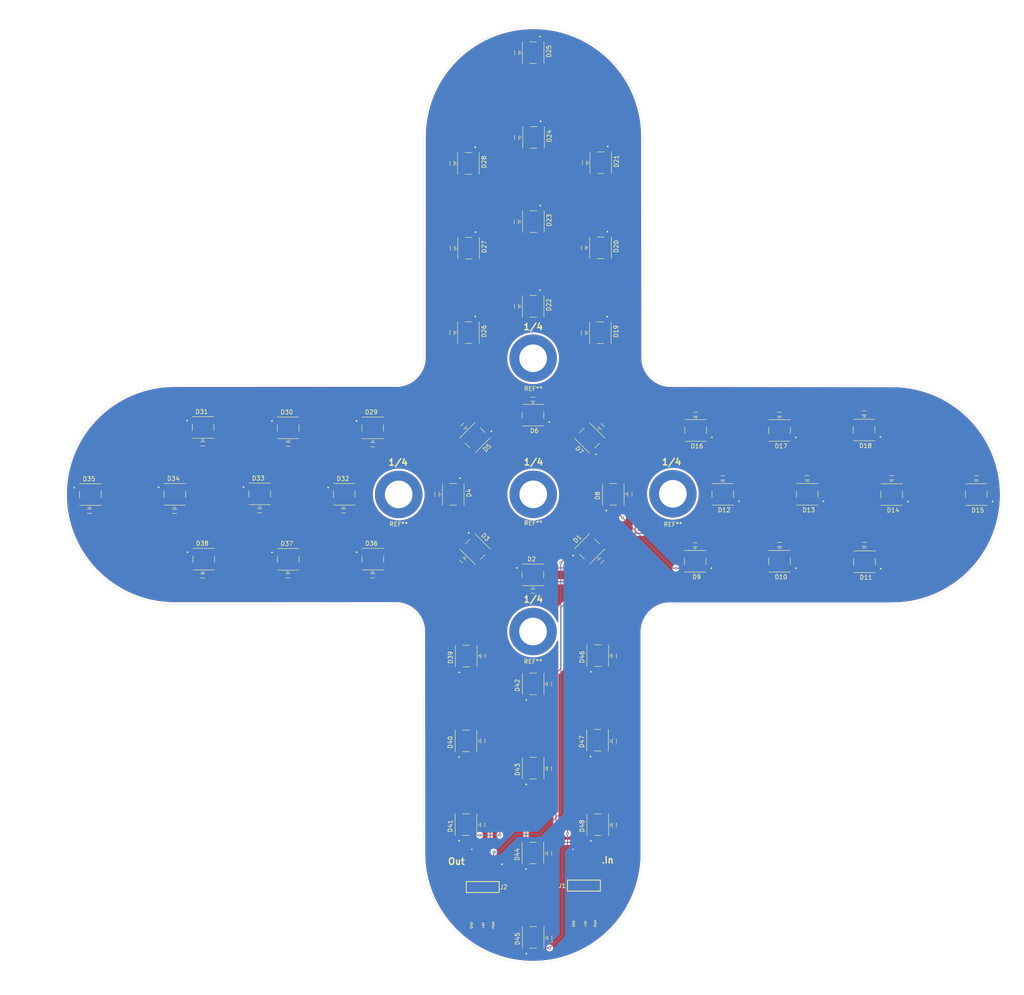
<source format=kicad_pcb>
(kicad_pcb (version 20241229) (generator "pcbnew") (generator_version "9.0")
  (title_block (date "2025-05-08"))
  (layers (0 "F.Cu" signal) (2 "B.Cu" signal) (13 "F.Paste" user) (15 "B.Paste" user) (5 "F.SilkS" user "F.Silkscreen") (7 "B.SilkS" user "B.Silkscreen") (1 "F.Mask" user) (3 "B.Mask" user) (25 "Edge.Cuts" user))
  (net 0 "")
  (net 1 "Net-(D1-DIN)")
  (net 2 "GND")
  (net 3 "Net-(D1-DOUT)")
  (net 4 "+5V")
  (net 5 "Net-(D2-DIN)")
  (net 6 "Net-(D10-DIN)")
  (net 7 "Net-(D3-DIN)")
  (net 8 "Net-(D5-DIN)")
  (net 9 "Net-(D6-DIN)")
  (net 10 "Net-(D4-DIN)")
  (net 11 "Net-(D7-DIN)")
  (net 12 "Net-(D10-DOUT)")
  (net 13 "Net-(D17-DIN)")
  (net 14 "Net-(D11-DIN)")
  (net 15 "Net-(D8-DIN)")
  (net 16 "Net-(D18-DIN)")
  (net 17 "Net-(D12-DIN)")
  (net 18 "Net-(D13-DIN)")
  (net 19 "Net-(D19-DIN)")
  (net 20 "Net-(D14-DIN)")
  (net 21 "Net-(D15-DIN)")
  (net 22 "Net-(D16-DIN)")
  (net 23 "Net-(D20-DIN)")
  (net 24 "Net-(D27-DIN)")
  (net 25 "Net-(D21-DIN)")
  (net 26 "Net-(D28-DIN)")
  (net 27 "Net-(D22-DIN)")
  (net 28 "Net-(D29-DIN)")
  (net 29 "Net-(D23-DIN)")
  (net 30 "Net-(D24-DIN)")
  (net 31 "Net-(D25-DIN)")
  (net 32 "Net-(D26-DIN)")
  (net 33 "Net-(D30-DIN)")
  (net 34 "Net-(D34-DIN)")
  (net 35 "Net-(D31-DIN)")
  (net 36 "Net-(D32-DIN)")
  (net 37 "Net-(D37-DIN)")
  (net 38 "Net-(D33-DIN)")
  (net 39 "Net-(D38-DIN)")
  (net 40 "Net-(D36-DIN)")
  (net 41 "Net-(D39-DIN)")
  (net 42 "Net-(D40-DIN)")
  (net 43 "Net-(D41-DIN)")
  (net 44 "Net-(D42-DIN)")
  (net 45 "Net-(D43-DIN)")
  (net 46 "Net-(D44-DIN)")
  (net 47 "Net-(D45-DIN)")
  (net 48 "Net-(D46-DIN)")
  (net 49 "Net-(D47-DIN)")
  (net 50 "Net-(D48-DIN)")
  (net 51 "Net-(D35-DIN)")
  (footprint "CustomParts:LED_1655" (layer "F.Cu") (at 212.95 233.3625 90)
    (property "Reference" "D44")
    (property "Value" "1655 NeoPixel")
  )
  (footprint "CustomParts:LED_1655" (layer "F.Cu") (at 289.6125 135.4 180)
    (property "Reference" "D18")
    (property "Value" "1655 NeoPixel")
  )
  (footprint "CustomParts:CAPC1005X55N" (layer "F.Cu") (at 296 146.45)
    (property "Reference" "C14")
    (property "Value" "C_Small")
  )
  (footprint "CustomParts:LED_1655" (layer "F.Cu") (at 156.3 165.35)
    (property "Reference" "D37")
    (property "Value" "1655 NeoPixel")
  )
  (footprint "CustomParts:LED_1655" (layer "F.Cu") (at 228.65 73.4875 -90)
    (property "Reference" "D21")
    (property "Value" "1655 NeoPixel")
  )
  (footprint "CustomParts:CAPC1005X55N" (layer "F.Cu") (at 276.45 146.45)
    (property "Reference" "C13")
    (property "Value" "C_Small")
  )
  (footprint "CustomParts:CAPC1005X55N" (layer "F.Cu") (at 216.8 213.85 -90)
    (property "Reference" "C43")
    (property "Value" "C_Small")
  )
  (footprint "CustomParts:LED_1655" (layer "F.Cu") (at 228.6 93.2 -90)
    (property "Reference" "D20")
    (property "Value" "1655 NeoPixel")
  )
  (footprint "CustomParts:LED_1655" (layer "F.Cu") (at 231.55 150.3 90)
    (property "Reference" "D8")
    (property "Value" "1655 NeoPixel")
  )
  (footprint "CustomParts:CAPC1005X55N" (layer "F.Cu") (at 130 154.25 180)
    (property "Reference" "C34")
    (property "Value" "C_Small")
  )
  (footprint "CustomParts:CAPC1005X55N" (layer "F.Cu") (at 136.45 169.2 180)
    (property "Reference" "C38")
    (property "Value" "C_Small")
  )
  (footprint "CustomParts:CAPC1005X55N" (layer "F.Cu") (at 270.05 161.9)
    (property "Reference" "C10")
    (property "Value" "C_Small")
  )
  (footprint "CustomParts:CAPC1005X55N" (layer "F.Cu") (at 149.7 154.1 180)
    (property "Reference" "C33")
    (property "Value" "C_Small")
  )
  (footprint "CustomParts:CAPC1005X55N" (layer "F.Cu") (at 194.2 73.65 90)
    (property "Reference" "C28")
    (property "Value" "C_Small")
  )
  (footprint "CustomParts:CAPC1005X55N" (layer "F.Cu") (at 136.5 138.6 180)
    (property "Reference" "C31")
    (property "Value" "C_Small")
  )
  (footprint "CustomParts:LED_1655" (layer "F.Cu") (at 213 252.9125 90)
    (property "Reference" "D45")
    (property "Value" "1655 NeoPixel")
  )
  (footprint "CustomParts:LED_1655" (layer "F.Cu") (at 156.2875 134.9)
    (property "Reference" "D30")
    (property "Value" "1655 NeoPixel")
  )
  (footprint "CustomParts:LED_1655" (layer "F.Cu") (at 296 150.35 180)
    (property "Reference" "D14")
    (property "Value" "1655 NeoPixel")
  )
  (footprint "CustomParts:CAPC1005X55N" (layer "F.Cu") (at 209.1 87.15 90)
    (property "Reference" "C23")
    (property "Value" "C_Small")
  )
  (footprint "CustomParts:LED_1655" (layer "F.Cu") (at 175.85 134.9)
    (property "Reference" "D29")
    (property "Value" "1655 NeoPixel")
  )
  (footprint "CustomParts:SAMTEC_TSM-103-02-X-SH" (layer "F.Cu") (at 201.325 241.255 180)
    (property "Reference" "J2")
    (property "Value" "TSM-103-02-X-SH")
  )
  (footprint "CustomParts:CAPC1005X55N" (layer "F.Cu") (at 209.15 106.75 90)
    (property "Reference" "C22")
    (property "Value" "C_Small")
  )
  (footprint "CustomParts:LED_1655" (layer "F.Cu") (at 175.9 165.3)
    (property "Reference" "D36")
    (property "Value" "1655 NeoPixel")
  )
  (footprint "CustomParts:LED_1655" (layer "F.Cu") (at 130.05 150.3)
    (property "Reference" "D34")
    (property "Value" "1655 NeoPixel")
  )
  (footprint "CustomParts:CAPC1005X55N" (layer "F.Cu") (at 231.8 187.72 -90)
    (property "Reference" "C46")
    (property "Value" "C_Small")
  )
  (footprint "CustomParts:CAPC1005X55N" (layer "F.Cu") (at 250.6 131.75)
    (property "Reference" "C16")
    (property "Value" "C_Small")
  )
  (footprint "CustomParts:CAPC1005X55N" (layer "F.Cu") (at 289.7 161.9)
    (property "Reference" "C11")
    (property "Value" "C_Small")
  )
  (footprint "CustomParts:CAPC1005X55N" (layer "F.Cu") (at 228.75 134.6 -45)
    (property "Reference" "C7")
    (property "Value" "C_Small")
  )
  (footprint "CustomParts:CAPC1005X55N" (layer "F.Cu") (at 190.75 150.3 90)
    (property "Reference" "C4")
    (property "Value" "C_Small")
  )
  (footprint "CustomParts:LED_1655" (layer "F.Cu") (at 149.7 150.2)
    (property "Reference" "D33")
    (property "Value" "1655 NeoPixel")
  )
  (footprint "CustomParts:CAPC1005X55N" (layer "F.Cu") (at 270.05 131.75)
    (property "Reference" "C17")
    (property "Value" "C_Small")
  )
  (footprint "CustomParts:LED_1655" (layer "F.Cu") (at 289.7125 165.9 180)
    (property "Reference" "D11")
    (property "Value" "1655 NeoPixel")
  )
  (footprint "CustomParts:CAPC1005X55N" (layer "F.Cu") (at 228.675 165.625 -135)
    (property "Reference" "C1")
    (property "Value" "C_Small")
  )
  (footprint "CustomParts:CAPC1005X55N" (layer "F.Cu") (at 156.3 138.7 180)
    (property "Reference" "C30")
    (property "Value" "C_Small")
  )
  (footprint "CustomParts:CAPC1005X55N" (layer "F.Cu") (at 224.65 93.2 90)
    (property "Reference" "C20")
    (property "Value" "C_Small")
  )
  (footprint "CustomParts:LED_1655" (layer "F.Cu") (at 212.95 168.95)
    (property "Reference" "D2")
    (property "Value" "1655 NeoPixel")
  )
  (footprint "CustomParts:LED_1655" (layer "F.Cu") (at 228.55 112.8875 -90)
    (property "Reference" "D19")
    (property "Value" "1655 NeoPixel")
  )
  (footprint "CustomParts:SAMTEC_TSM-103-02-X-SH" (layer "F.Cu") (at 224.75 240.925 180)
    (property "Reference" "J1")
    (property "Value" "TSM-103-02-X-SH")
  )
  (footprint "CustomParts:LED_1655" (layer "F.Cu") (at 226.05 162.95 45)
    (property "Reference" "D1")
    (property "Value" "1655 NeoPixel")
  )
  (footprint "MountingHole:MountingHole_6.4mm_M6_DIN965_Pad" (layer "F.Cu") (at 213.025 150.3)
    (property "Reference" "REF**")
    (property "Value" "MountingHole_6.4mm_M6_DIN965_Pad")
  )
  (footprint "CustomParts:CAPC1005X55N" (layer "F.Cu") (at 216.85 253.05 -90)
    (property "Reference" "C45")
    (property "Value" "C_Small")
  )
  (footprint "CustomParts:LED_1655" (layer "F.Cu") (at 197.45 207.4 90)
    (property "Reference" "D40")
    (property "Value" "1655 NeoPixel")
  )
  (footprint "CustomParts:LED_1655" (layer "F.Cu") (at 213.05 87.1375 -90)
    (property "Reference" "D23")
    (property "Value" "1655 NeoPixel")
  )
  (footprint "CustomParts:CAPC1005X55N" (layer "F.Cu") (at 156.2 169.15 180)
    (property "Reference" "C37")
    (property "Value" "C_Small")
  )
  (footprint "CustomParts:LED_1655" (layer "F.Cu") (at 212.9625 131.95 180)
    (property "Reference" "D6")
    (property "Value" "1655 NeoPixel")
  )
  (footprint "CustomParts:LED_1655" (layer "F.Cu") (at 213 48 -90)
    (property "Reference" "D25")
    (property "Value" "1655 NeoPixel")
  )
  (footprint "CustomParts:CAPC1005X55N" (layer "F.Cu") (at 212.95 128.25)
    (property "Reference" "C6")
    (property "Value" "C_Small")
  )
  (footprint "CustomParts:LED_1655" (layer "F.Cu") (at 227.95 187.65 90)
    (property "Reference" "D46")
    (property "Value" "1655 NeoPixel")
  )
  (footprint "CustomParts:CAPC1005X55N" (layer "F.Cu") (at 209.2 67.65 90)
    (property "Reference" "C24")
    (property "Value" "C_Small")
  )
  (footprint "CustomParts:CAPC1005X55N" (layer "F.Cu") (at 196.675 165.525 135)
    (property "Reference" "C3")
    (property "Value" "C_Small")
  )
  (footprint "CustomParts:CAPC1005X55N" (layer "F.Cu") (at 231.8 207.45 -90)
    (property "Reference" "C47")
    (property "Value" "C_Small")
  )
  (footprint "CustomParts:LED_1655" (layer "F.Cu") (at 194.5 150.3 -90)
    (property "Reference" "D4")
    (property "Value" "1655 NeoPixel")
  )
  (footprint "CustomParts:CAPC1005X55N" (layer "F.Cu") (at 201.35 226.85 -90)
    (property "Reference" "C41")
    (property "Value" "C_Small")
  )
  (footprint "CustomParts:CAPC1005X55N" (layer "F.Cu") (at 224.9 73.5 90)
    (property "Reference" "C21")
    (property "Value" "C_Small")
  )
  (footprint "CustomParts:CAPC1005X55N" (layer "F.Cu") (at 216.8 194.2 -90)
    (property "Reference" "C42")
    (property "Value" "C_Small")
  )
  (footprint "CustomParts:CAPC1005X55N" (layer "F.Cu") (at 175.85 138.8 180)
    (property "Reference" "C29")
    (property "Value" "C_Small")
  )
  (footprint "MountingHole:MountingHole_6.4mm_M6_DIN965_Pad" (layer "F.Cu") (at 213 118.775)
    (property "Reference" "REF**")
    (property "Value" "MountingHole_6.4mm_M6_DIN965_Pad")
  )
  (footprint "CustomParts:LED_1655" (layer "F.Cu") (at 199.601041 163.013782 -45)
    (property "Reference" "D3")
    (property "Value" "1655 NeoPixel")
  )
  (footprint "CustomParts:CAPC1005X55N" (layer "F.Cu") (at 169.1 154.15 180)
    (property "Reference" "C32")
    (property "Value" "C_Small")
  )
  (footprint "CustomParts:LED_1655" (layer "F.Cu") (at 226.05 137.25 135)
    (property "Reference" "D7")
    (property "Value" "1655 NeoPixel")
  )
  (footprint "CustomParts:CAPC1005X55N" (layer "F.Cu") (at 315.6 146.45)
    (property "Reference" "C15")
    (property "Value" "C_Small")
  )
  (footprint "CustomParts:CAPC1005X55N" (layer "F.Cu") (at 216.8 233.45 -90)
    (property "Reference" "C44")
    (property "Value" "C_Small")
  )
  (footprint "CustomParts:CAPC1005X55N" (layer "F.Cu") (at 224.65 112.9 90)
    (property "Reference" "C19")
    (property "Value" "C_Small")
  )
  (footprint "CustomParts:CAPC1005X55N" (layer "F.Cu") (at 196.925 134.5 45)
    (property "Reference" "C5")
    (property "Value" "C_Small")
  )
  (footprint "CustomParts:LED_1655" (layer "F.Cu") (at 227.9 207.25 90)
    (property "Reference" "D47")
    (property "Value" "1655 NeoPixel")
  )
  (footprint "CustomParts:LED_1655" (layer "F.Cu") (at 315.6 150.35 180)
    (property "Reference" "D15")
    (property "Value" "1655 NeoPixel")
  )
  (footprint "MountingHole:MountingHole_6.4mm_M6_DIN965_Pad" (layer "F.Cu") (at 181.875 150.325 180)
    (property "Reference" "REF**")
    (property "Value" "MountingHole_6.4mm_M6_DIN965_Pad")
  )
  (footprint "CustomParts:CAPC1005X55N" (layer "F.Cu") (at 201.4 187.75 -90)
    (property "Reference" "C39")
    (property "Value" "C_Small")
  )
  (footprint "CustomParts:LED_1655" (layer "F.Cu") (at 169.2875 150.3)
    (property "Reference" "D32")
    (property "Value" "1655 NeoPixel")
  )
  (footprint "MountingHole:MountingHole_6.4mm_M6_DIN965_Pad" (layer "F.Cu") (at 212.975 182.075)
    (property "Reference" "REF**")
    (property "Value" "MountingHole_6.4mm_M6_DIN965_Pad")
  )
  (footprint "CustomParts:CAPC1005X55N" (layer "F.Cu") (at 256.9 146.5)
    (property "Reference" "C12")
    (property "Value" "C_Small")
  )
  (footprint "CustomParts:LED_1655" (layer "F.Cu") (at 199.55 137.2 -135)
    (property "Reference" "D5")
    (property "Value" "1655 NeoPixel")
  )
  (footprint "CustomParts:LED_1655" (layer "F.Cu") (at 250.5125 165.8 180)
    (property "Reference" "D9")
    (property "Value" "1655 NeoPixel")
  )
  (footprint "CustomParts:CAPC1005X55N" (layer "F.Cu") (at 235.4 150.3 -90)
    (property "Reference" "C8")
    (property "Value" "C_Small")
  )
  (footprint "CustomParts:LED_1655" (layer "F.Cu") (at 213.1 67.6375 -90)
    (property "Reference" "D24")
    (property "Value" "1655 NeoPixel")
  )
  (footprint "CustomParts:CAPC1005X55N" (layer "F.Cu") (at 194.3 93.3 90)
    (property "Reference" "C27")
    (property "Value" "C_Small")
  )
  (footprint "CustomParts:CAPC1005X55N" (layer "F.Cu") (at 212.95 172.725 180)
    (property "Reference" "C2")
    (property "Value" "C_Small")
  )
  (footprint "CustomParts:LED_1655" (layer "F.Cu") (at 213 213.7125 90)
    (property "Reference" "D43")
    (property "Value" "1655 NeoPixel")
  )
  (footprint "CustomParts:LED_1655" (layer "F.Cu") (at 197.45 226.8 90)
    (property "Reference" "D41")
    (property "Value" "1655 NeoPixel")
  )
  (footprint "CustomParts:LED_1655" (layer "F.Cu") (at 276.45 150.3 180)
    (property "Reference" "D13")
    (property "Value" "1655 NeoPixel")
  )
  (footprint "CustomParts:CAPC1005X55N" (layer "F.Cu") (at 110.3 154.2 180)
    (property "Reference" "C35")
    (property "Value" "C_Small")
  )
  (footprint "CustomParts:LED_1655" (layer "F.Cu") (at 250.6125 135.5 180)
    (property "Reference" "D16")
    (property "Value" "1655 NeoPixel")
  )
  (footprint "CustomParts:CAPC1005X55N" (layer "F.Cu") (at 175.8 169.15 180)
    (property "Reference" "C36")
    (property "Value" "C_Small")
  )
  (footprint "CustomParts:CAPC1005X55N" (layer "F.Cu") (at 289.6 131.45)
    (property "Reference" "C18")
    (property "Value" "C_Small")
  )
  (footprint "CustomParts:CAPC1005X55N" (layer "F.Cu") (at 231.8 226.9 -90)
    (property "Reference" "C48")
    (property "Value" "C_Small")
  )
  (footprint "CustomParts:LED_1655" (layer "F.Cu") (at 198 112.8375 -90)
    (property "Reference" "D26")
    (property "Value" "1655 NeoPixel")
  )
  (footprint "CustomParts:LED_1655" (layer "F.Cu") (at 227.95 226.8125 90)
    (property "Reference" "D48")
    (property "Value" "1655 NeoPixel")
  )
  (footprint "CustomParts:LED_1655" (layer "F.Cu") (at 136.7375 165.3)
    (property "Reference" "D38")
    (property "Value" "1655 NeoPixel")
  )
  (footprint "CustomParts:CAPC1005X55N" (layer "F.Cu") (at 194.2 112.85 90)
    (property "Reference" "C26")
    (property "Value" "C_Small")
  )
  (footprint "CustomParts:LED_1655" (layer "F.Cu") (at 136.6 134.8)
    (property "Reference" "D31")
    (property "Value" "1655 NeoPixel")
  )
  (footprint "CustomParts:LED_1655" (layer "F.Cu") (at 213 106.75 -90)
    (property "Reference" "D22")
    (property "Value" "1655 NeoPixel")
  )
  (footprint "CustomParts:CAPC1005X55N" (layer "F.Cu") (at 201.35 207.4 -90)
    (property "Reference" "C40")
    (property "Value" "C_Small")
  )
  (footprint "CustomParts:LED_1655" (layer "F.Cu") (at 197.5 187.7625 90)
    (property "Reference" "D39")
    (property "Value" "1655 NeoPixel")
  )
  (footprint "CustomParts:LED_1655" (layer "F.Cu") (at 198 73.65 -90)
    (property "Reference" "D28")
    (property "Value" "1655 NeoPixel")
  )
  (footprint "CustomParts:CAPC1005X55N" (layer "F.Cu") (at 209.2 48 90)
    (property "Reference" "C25")
    (property "Value" "C_Small")
  )
  (footprint "CustomParts:LED_1655" (layer "F.Cu") (at 198.05 93.2875 -90)
    (property "Reference" "D27")
    (property "Value" "1655 NeoPixel")
  )
  (footprint "CustomParts:CAPC1005X55N" (layer "F.Cu") (at 250.5 162)
    (property "Reference" "C9")
    (property "Value" "C_Small")
  )
  (footprint "CustomParts:LED_1655" (layer "F.Cu") (at 270.05 135.5 180)
    (property "Reference" "D17")
    (property "Value" "1655 NeoPixel")
  )
  (footprint "MountingHole:MountingHole_6.4mm_M6_DIN965_Pad" (layer "F.Cu") (at 245.35 150.175)
    (property "Reference" "REF**")
    (property "Value" "MountingHole_6.4mm_M6_DIN965_Pad")
  )
  (footprint "CustomParts:LED_1655" (layer "F.Cu") (at 270.05 165.8 180)
    (property "Reference" "D10")
    (property "Value" "1655 NeoPixel")
  )
  (footprint "CustomParts:LED_1655" (layer "F.Cu") (at 110.5 150.35)
    (property "Reference" "D35")
    (property "Value" "1655 NeoPixel")
  )
  (footprint "CustomParts:LED_1655" (layer "F.Cu") (at 213 194.2 90)
    (property "Reference" "D42")
    (property "Value" "1655 NeoPixel")
  )
  (footprint "CustomParts:LED_1655" (layer "F.Cu") (at 256.9 150.3 180)
    (property "Reference" "D12")
    (property "Value" "1655 NeoPixel")
  )
  (gr_line (start 296.125 175.8) (end 244.7 175.8) (stroke (width 0.05)) (layer "Edge.Cuts"))
  (gr_line (start 187.55 233.425) (end 187.51 182.075) (stroke (width 0.05)) (layer "Edge.Cuts"))
  (gr_line (start 238.47498 67.475) (end 238.515128 118.6) (stroke (width 0.05)) (layer "Edge.Cuts"))
  (gr_arc (start 238.35 233.425) (mid 212.95 258.825) (end 187.55 233.425) (stroke (width 0.05)) (layer "Edge.Cuts"))
  (gr_arc (start 296.125 125) (mid 321.525 150.4) (end 296.125 175.8) (stroke (width 0.05)) (layer "Edge.Cuts"))
  (gr_arc (start 238.35 182.15) (mid 240.209872 177.659872) (end 244.7 175.8) (stroke (width 0.05)) (layer "Edge.Cuts"))
  (gr_line (start 129.975 175.75) (end 181.16 175.725) (stroke (width 0.05)) (layer "Edge.Cuts"))
  (gr_line (start 187.675 67.475) (end 187.659872 118.575) (stroke (width 0.05)) (layer "Edge.Cuts"))
  (gr_arc (start 187.659872 118.575) (mid 185.8 123.065128) (end 181.309872 124.925) (stroke (width 0.05)) (layer "Edge.Cuts"))
  (gr_arc (start 181.16 175.725) (mid 185.650128 177.584872) (end 187.51 182.075) (stroke (width 0.05)) (layer "Edge.Cuts"))
  (gr_arc (start 244.865128 124.95) (mid 240.375 123.090128) (end 238.515128 118.6) (stroke (width 0.05)) (layer "Edge.Cuts"))
  (gr_arc (start 129.975 175.75) (mid 104.575 150.35) (end 129.975 124.95) (stroke (width 0.05)) (layer "Edge.Cuts"))
  (gr_line (start 129.975 124.95) (end 181.309872 124.925) (stroke (width 0.05)) (layer "Edge.Cuts"))
  (gr_line (start 296.125 125) (end 244.8651 124.95) (stroke (width 0.05)) (layer "Edge.Cuts"))
  (gr_line (start 238.35 233.425) (end 238.35 182.15) (stroke (width 0.05)) (layer "Edge.Cuts"))
  (gr_arc (start 187.675 67.475) (mid 213.075 42.075) (end 238.475 67.475) (stroke (width 0.05)) (layer "Edge.Cuts"))
  (gr_text "GND" (at 199.025 250.95 90) (layer "F.SilkS") (effects (font (size 0.5 0.5) (thickness 0.1) (bold yes)) (justify left bottom)))
  (gr_text "PWM" (at 204.075 250.95 90) (layer "F.SilkS") (effects (font (size 0.5 0.5) (thickness 0.1) (bold yes)) (justify left bottom)))
  (gr_text "1/4" (at 242.65 143.675 0) (layer "F.SilkS") (effects (font (size 1.5 1.5) (thickness 0.3) (bold yes)) (justify left bottom)))
  (gr_text "PWM" (at 227.725 250.6 90) (layer "F.SilkS") (effects (font (size 0.5 0.5) (thickness 0.1) (bold yes)) (justify left bottom)))
  (gr_text "1/4" (at 179.325 143.775 0) (layer "F.SilkS") (effects (font (size 1.5 1.5) (thickness 0.3) (bold yes)) (justify left bottom)))
  (gr_text "In" (at 229.35 235.9 0) (layer "F.SilkS") (effects (font (size 1.5 1.5) (thickness 0.3) (bold yes)) (justify left bottom)))
  (gr_text "1/4" (at 210.6 112.375 0) (layer "F.SilkS") (effects (font (size 1.5 1.5) (thickness 0.3) (bold yes)) (justify left bottom)))
  (gr_text "GND" (at 222.675 250.6 90) (layer "F.SilkS") (effects (font (size 0.5 0.5) (thickness 0.1) (bold yes)) (justify left bottom)))
  (gr_text "1/4" (at 210.675 143.7 0) (layer "F.SilkS") (effects (font (size 1.5 1.5) (thickness 0.3) (bold yes)) (justify left bottom)))
  (gr_text "Out" (at 193.15 236.2 0) (layer "F.SilkS") (effects (font (size 1.5 1.5) (thickness 0.3) (bold yes)) (justify left bottom)))
  (gr_text "1/4" (at 210.625 175.475 0) (layer "F.SilkS") (effects (font (size 1.5 1.5) (thickness 0.3) (bold yes)) (justify left bottom)))
  (gr_text "+5V" (at 225.4 250.65 90) (layer "F.SilkS") (effects (font (size 0.5 0.5) (thickness 0.1) (bold yes)) (justify left bottom)))
  (gr_text "+5V" (at 201.75 251 90) (layer "F.SilkS") (effects (font (size 0.5 0.5) (thickness 0.1) (bold yes)) (justify left bottom)))
  (segment (start 223.912741 167.35) (end 225.448959 165.813782) (width 0.2) (layer "F.Cu") (net 1))
  (segment (start 215.4 167.35) (end 223.912741 167.35) (width 0.2) (layer "F.Cu") (net 1))
  (via (at 198.8 232.55) (size 0.6) (drill 0.3) (layers "F.Cu" "B.Cu") (net 2))
  (via (at 222.225 232.55) (size 0.6) (drill 0.3) (layers "F.Cu" "B.Cu") (net 2))
  (segment (start 203.9 233.15) (end 203.865 233.185) (width 0.2) (layer "F.Cu") (net 3))
  (segment (start 203.865 233.185) (end 203.865 235.975) (width 0.2) (layer "F.Cu") (net 3))
  (segment (start 223.888782 160.086218) (end 221.125 162.85) (width 0.2) (layer "F.Cu") (net 3))
  (segment (start 226.651041 160.086218) (end 223.888782 160.086218) (width 0.2) (layer "F.Cu") (net 3))
  (segment (start 221.125 164.4) (end 219.4 166.125) (width 0.2) (layer "F.Cu") (net 3))
  (segment (start 221.125 162.85) (end 221.125 164.4) (width 0.2) (layer "F.Cu") (net 3))
  (via (at 219.4 166.125) (size 0.6) (drill 0.3) (layers "F.Cu" "B.Cu") (net 3))
  (via (at 203.9 233.15) (size 0.6) (drill 0.3) (layers "F.Cu" "B.Cu") (net 3))
  (segment (start 219.4 166.125) (end 219.4 224.05) (width 0.2) (layer "B.Cu") (net 3))
  (segment (start 219.4 224.05) (end 214.4 229.05) (width 0.2) (layer "B.Cu") (net 3))
  (segment (start 205.025 233.15) (end 203.9 233.15) (width 0.2) (layer "B.Cu") (net 3))
  (segment (start 214.4 229.05) (end 209.125 229.05) (width 0.2) (layer "B.Cu") (net 3))
  (segment (start 209.125 229.05) (end 205.025 233.15) (width 0.2) (layer "B.Cu") (net 3))
  (segment (start 110.73 154.17) (end 112.95 151.95) (width 0.2) (layer "F.Cu") (net 4))
  (segment (start 143.1125 170.825) (end 139.1875 166.9) (width 0.2) (layer "F.Cu") (net 4))
  (segment (start 178.3 136.5) (end 178.3 140.325) (width 0.2) (layer "F.Cu") (net 4))
  (segment (start 201.1075 187.32) (end 199.1 185.3125) (width 0.2) (layer "F.Cu") (net 4))
  (segment (start 194.4425 93.73) (end 196.45 95.7375) (width 0.2) (layer "F.Cu") (net 4))
  (segment (start 236.625 145.15) (end 236.625 147.85) (width 0.2) (layer "F.Cu") (net 4))
  (segment (start 202.425 126.95) (end 205.975 126.95) (width 0.2) (layer "F.Cu") (net 4))
  (segment (start 156.73 138.5075) (end 158.7375 136.5) (width 0.2) (layer "F.Cu") (net 4))
  (segment (start 178.35 166.9) (end 178.35 170.825) (width 0.2) (layer "F.Cu") (net 4))
  (segment (start 219.4 176.55) (end 219.4 190.625) (width 0.2) (layer "F.Cu") (net 4))
  (segment (start 222.525 126.95) (end 222.5 126.925) (width 0.2) (layer "F.Cu") (net 4))
  (segment (start 214.6 191.75) (end 218.275 191.75) (width 0.2) (layer "F.Cu") (net 4))
  (segment (start 136.93 138.6) (end 136.93 138.52) (width 0.2) (layer "F.Cu") (net 4))
  (segment (start 143 140.35) (end 139.05 136.4) (width 0.2) (layer "F.Cu") (net 4))
  (segment (start 196.4 115.2875) (end 192.1875 115.2875) (width 0.2) (layer "F.Cu") (net 4))
  (segment (start 233.725 185.2) (end 233.75 185.175) (width 0.2) (layer "F.Cu") (net 4))
  (segment (start 233.75 164.75) (end 233.75 185.175) (width 0.2) (layer "F.Cu") (net 4))
  (segment (start 132.5 152.18) (end 132.5 151.9) (width 0.2) (layer "F.Cu") (net 4))
  (segment (start 289.27 161.9) (end 289.27 162.2925) (width 0.2) (layer "F.Cu") (net 4))
  (segment (start 216.8 213.42) (end 216.7575 213.42) (width 0.2) (layer "F.Cu") (net 4))
  (segment (start 169.53 154.1075) (end 171.7375 151.9) (width 0.2) (layer "F.Cu") (net 4))
  (segment (start 248.1625 129.7375) (end 248.15 129.725) (width 0.2) (layer "F.Cu") (net 4))
  (segment (start 201.12 226.42) (end 199.05 224.35) (width 0.2) (layer "F.Cu") (net 4))
  (segment (start 250.07 162.1925) (end 248.0625 164.2) (width 0.2) (layer "F.Cu") (net 4))
  (segment (start 192.9 152.75) (end 189.5 152.75) (width 0.2) (layer "F.Cu") (net 4))
  (segment (start 218.3875 230.9125) (end 214.55 230.9125) (width 0.2) (layer "F.Cu") (net 4))
  (segment (start 248.1625 133.9) (end 248.1625 129.7375) (width 0.2) (layer "F.Cu") (net 4))
  (segment (start 274 148.7) (end 274 145.15) (width 0.2) (layer "F.Cu") (net 4))
  (segment (start 231.64 187.29) (end 231.8 187.29) (width 0.2) (layer "F.Cu") (net 4))
  (segment (start 207.175 109.225) (end 207.175 89.575) (width 0.2) (layer "F.Cu") (net 4))
  (segment (start 218.2625 211.2625) (end 218.275 211.275) (width 0.2) (layer "F.Cu") (net 4))
  (segment (start 158.7375 136.5) (end 158.7375 140.3375) (width 0.2) (layer "F.Cu") (net 4))
  (segment (start 233.75 220.1625) (end 229.55 224.3625) (width 0.2) (layer "F.Cu") (net 4))
  (segment (start 225.448959 134.386218) (end 227.872677 131.9625) (width 0.2) (layer "F.Cu") (net 4))
  (segment (start 248.075 159.325) (end 267.6 159.325) (width 0.2) (layer "F.Cu") (net 4))
  (segment (start 192.175 123.275) (end 192.175 115.275) (width 0.2) (layer "F.Cu") (net 4))
  (segment (start 222.5375 115.3375) (end 222.5 115.3) (width 0.2) (layer "F.Cu") (net 4))
  (segment (start 219.4 190.625) (end 218.275 191.75) (width 0.2) (layer "F.Cu") (net 4))
  (segment (start 236.625 159.325) (end 232.475 163.475) (width 0.2) (layer "F.Cu") (net 4))
  (segment (start 171.7375 155.7375) (end 171.725 155.75) (width 0.2) (layer "F.Cu") (net 4))
  (segment (start 203.05 185.3) (end 203.05 174.825) (width 0.2) (layer "F.Cu") (net 4))
  (segment (start 267.6 163.92) (end 267.6 164.2) (width 0.2) (layer "F.Cu") (net 4))
  (segment (start 216.6575 233.02) (end 214.55 230.9125) (width 0.2) (layer "F.Cu") (net 4))
  (segment (start 222.525 95.65) (end 222.5 95.675) (width 0.2) (layer "F.Cu") (net 4))
  (segment (start 228.979056 162.414233) (end 228.913782 162.348959) (width 0.2) (layer "F.Cu") (net 4))
  (segment (start 218.275 191.75) (end 218.275 211.275) (width 0.2) (layer "F.Cu") (net 4))
  (segment (start 136.88 169.2) (end 136.8875 169.2) (width 0.2) (layer "F.Cu") (net 4))
  (segment (start 196.45 95.7375) (end 192.2625 95.7375) (width 0.2) (layer "F.Cu") (net 4))
  (segment (start 190.88 150.73) (end 192.9 152.75) (width 0.2) (layer "F.Cu") (net 4))
  (segment (start 236.625 140.7) (end 236.625 143.775) (width 0.2) (layer "F.Cu") (net 4))
  (segment (start 293.55 145.15) (end 309.55 145.15) (width 0.2) (layer "F.Cu") (net 4))
  (segment (start 211.45 89.5875) (end 207.1875 89.5875) (width 0.2) (layer "F.Cu") (net 4))
  (segment (start 200.153574 165.829056) (end 200.202082 165.877564) (width 0.2) (layer "F.Cu") (net 4))
  (segment (start 201.4 187.32) (end 201.1075 187.32) (width 0.2) (layer "F.Cu") (net 4))
  (segment (start 158.75 170.8) (end 158.725 170.825) (width 0.2) (layer "F.Cu") (net 4))
  (segment (start 227 95.65) (end 222.525 95.65) (width 0.2) (layer "F.Cu") (net 4))
  (segment (start 203.05 204.975) (end 203.05 185.3) (width 0.2) (layer "F.Cu") (net 4))
  (segment (start 287.1625 133.8) (end 289.17 131.7925) (width 0.2) (layer "F.Cu") (net 4))
  (segment (start 283.0875 129.725) (end 267.575 129.725) (width 0.2) (layer "F.Cu") (net 4))
  (segment (start 203.05 232.125) (end 203.05 224.35) (width 0.2) (layer "F.Cu") (net 4))
  (segment (start 176.28 138.52) (end 178.3 136.5) (width 0.2) (layer "F.Cu") (net 4))
  (segment (start 215.4 170.705) (end 213.38 172.725) (width 0.2) (layer "F.Cu") (net 4))
  (segment (start 209.2 48.43) (end 209.38 48.43) (width 0.2) (layer "F.Cu") (net 4))
  (segment (start 229.55 224.3625) (end 229.6925 224.3625) (width 0.2) (layer "F.Cu") (net 4))
  (segment (start 199.33 204.95) (end 199.05 204.95) (width 0.2) (layer "F.Cu") (net 4))
  (segment (start 194.1375 135.2375) (end 199.1375 130.2375) (width 0.2) (layer "F.Cu") (net 4))
  (segment (start 295.57 146.45) (end 295.57 146.73) (width 0.2) (layer "F.Cu") (net 4))
  (segment (start 216.8 233.02) (end 216.6575 233.02) (width 0.2) (layer "F.Cu") (net 4))
  (segment (start 176.23 169.15) (end 176.23 169.02) (width 0.2) (layer "F.Cu") (net 4))
  (segment (start 209.1 87.58) (end 209.4425 87.58) (width 0.2) (layer "F.Cu") (net 4))
  (segment (start 199.1375 130.2375) (end 202.425 126.95) (width 0.2) (layer "F.Cu") (net 4))
  (segment (start 224.98 93.63) (end 227 95.65) (width 0.2) (layer "F.Cu") (net 4))
  (segment (start 256.47 146.5) (end 256.47 146.68) (width 0.2) (layer "F.Cu") (net 4))
  (segment (start 150.13 153.82) (end 152.15 151.8) (width 0.2) (layer "F.Cu") (net 4))
  (segment (start 232.475 163.475) (end 233.75 164.75) (width 0.2) (layer "F.Cu") (net 4))
  (segment (start 254.45 145.15) (end 274 145.15) (width 0.2) (layer "F.Cu") (net 4))
  (segment (start 269.62 131.88) (end 267.6 133.9) (width 0.2) (layer "F.Cu") (net 4))
  (segment (start 152.15 155.725) (end 152.175 155.75) (width 0.2) (layer "F.Cu") (net 4))
  (segment (start 203.0375 185.3125) (end 203.05 185.3) (width 0.2) (layer "F.Cu") (net 4))
  (segment (start 218.275 246.7875) (end 214.6 250.4625) (width 0.2) (layer "F.Cu") (net 4))
  (segment (start 207.1875 89.5875) (end 207.175 89.575) (width 0.2) (layer "F.Cu") (net 4))
  (segment (start 189.475 140.35) (end 178.325 140.35) (width 0.2) (layer "F.Cu") (net 4))
  (segment (start 236.625 143.775) (end 236.625 145.15) (width 0.2) (layer "F.Cu") (net 4))
  (segment (start 214.6925 250.4625) (end 216.85 252.62) (width 0.2) (layer "F.Cu") (net 4))
  (segment (start 203.05 224.35) (end 203.05 204.975) (width 0.2) (layer "F.Cu") (net 4))
  (segment (start 194.2 74.08) (end 196.22 76.1) (width 0.2) (layer "F.Cu") (net 4))
  (segment (start 315.17 146.45) (end 315.17 146.73) (width 0.2) (layer "F.Cu") (net 4))
  (segment (start 226.9075 75.9375) (end 224.9 73.93) (width 0.2) (layer "F.Cu") (net 4))
  (segment (start 228.913782 162.348959) (end 231.252323 164.6875) (width 0.2) (layer "F.Cu") (net 4))
  (segment (start 282.2875 159.325) (end 287.2625 164.3) (width 0.2) (layer "F.Cu") (net 4))
  (segment (start 152.15 151.8) (end 152.15 155.725) (width 0.2) (layer "F.Cu") (net 4))
  (segment (start 189.5 152.75) (end 189.475 152.725) (width 0.2) (layer "F.Cu") (net 4))
  (segment (start 169.53 154.15) (end 169.53 154.1075) (width 0.2) (layer "F.Cu") (net 4))
  (segment (start 207.2 109.2) (end 207.175 109.225) (width 0.2) (layer "F.Cu") (net 4))
  (segment (start 158.75 140.35) (end 143 140.35) (width 0.2) (layer "F.Cu") (net 4))
  (segment (start 212.52 128.25) (end 212.52 128.3425) (width 0.2) (layer "F.Cu") (net 4))
  (segment (start 224.75 233) (end 222.65 230.9) (width 0.2) (layer "F.Cu") (net 4))
  (segment (start 236.625 159.325) (end 248.075 159.325) (width 0.2) (layer "F.Cu") (net 4))
  (segment (start 199.1375 130.2375) (end 192.175 123.275) (width 0.2) (layer "F.Cu") (net 4))
  (segment (start 248.15 129.725) (end 230.110177 129.725) (width 0.2) (layer "F.Cu") (net 4))
  (segment (start 253.075 143.775) (end 236.625 143.775) (width 0.2) (layer "F.Cu") (net 4))
  (segment (start 315.17 146.73) (end 313.15 148.75) (width 0.2) (layer "F.Cu") (net 4))
  (segment (start 207.175 70.075) (end 207.175 54.675) (width 0.2) (layer "F.Cu") (net 4))
  (segment (start 197.15 168.925) (end 195.3 167.075) (width 0.2) (layer "F.Cu") (net 4))
  (segment (start 222.525 126.95) (end 222.875 126.95) (width 0.2) (layer "F.Cu") (net 4))
  (segment (start 136.93 138.52) (end 139.05 136.4) (width 0.2) (layer "F.Cu") (net 4))
  (segment (start 225.5375 170.4125) (end 219.4 176.55) (width 0.2) (layer "F.Cu") (net 4))
  (segment (start 236.625 147.85) (end 236.625 159.325) (width 0.2) (layer "F.Cu") (net 4))
  (segment (start 222.65 230.9) (end 218.4 230.9) (width 0.2) (layer "F.Cu") (net 4))
  (segment (start 203.05 174.825) (end 197.15 168.925) (width 0.2) (layer "F.Cu") (net 4))
  (segment (start 225.539233 134.295944) (end 225.448959 134.386218) (width 0.2) (layer "F.Cu") (net 4))
  (segment (start 233.75 185.175) (end 233.75 204.8) (width 0.2) (layer "F.Cu") (net 4))
  (segment (start 295.57 146.73) (end 293.55 148.75) (width 0.2) (layer "F.Cu") (net 4))
  (segment (start 226.95 115.3375) (end 222.5375 115.3375) (width 0.2) (layer "F.Cu") (net 4))
  (segment (start 207.1875 70.0875) (end 207.175 70.075) (width 0.2) (layer "F.Cu") (net 4))
  (segment (start 227.05 75.9375) (end 226.9075 75.9375) (width 0.2) (layer "F.Cu") (net 4))
  (segment (start 207.175 54.675) (end 211.4 50.45) (width 0.2) (layer "F.Cu") (net 4))
  (segment (start 235.17 149.87) (end 233.15 147.85) (width 0.2) (layer "F.Cu") (net 4))
  (segment (start 222.5 126.925) (end 222.5 115.3) (width 0.2) (layer "F.Cu") (net 4))
  (segment (start 201.35 226.42) (end 201.12 226.42) (width 0.2) (layer "F.Cu") (net 4))
  (segment (start 171.725 155.75) (end 152.175 155.75) (width 0.2) (layer "F.Cu") (net 4))
  (segment (start 199.1 185.3125) (end 203.0375 185.3125) (width 0.2) (layer "F.Cu") (net 4))
  (segment (start 201.325 233.85) (end 203.05 232.125) (width 0.2) (layer "F.Cu") (net 4))
  (segment (start 256.47 146.68) (end 254.45 148.7) (width 0.2) (layer "F.Cu") (net 4))
  (segment (start 194.3 93.73) (end 194.4425 93.73) (width 0.2) (layer "F.Cu") (net 4))
  (segment (start 194.1375 135.252323) (end 194.1375 135.2375) (width 0.2) (layer "F.Cu") (net 4))
  (segment (start 199.05 224.35) (end 203.05 224.35) (width 0.2) (layer "F.Cu") (net 4))
  (segment (start 254.45 145.15) (end 253.075 143.775) (width 0.2) (layer "F.Cu") (net 4))
  (segment (start 227.872677 131.9625) (end 227.8875 131.9625) (width 0.2) (layer "F.Cu") (net 4))
  (segment (start 224.65 113.33) (end 224.9425 113.33) (width 0.2) (layer "F.Cu") (net 4))
  (segment (start 189.475 161.25) (end 189.475 157.175) (width 0.2) (layer "F.Cu") (net 4))
  (segment (start 209.2 68.08) (end 209.4925 68.08) (width 0.2) (layer "F.Cu") (net 4))
  (segment (start 274 145.15) (end 293.55 145.15) (width 0.2) (layer "F.Cu") (net 4))
  (segment (start 192.1875 115.2875) (end 192.175 115.275) (width 0.2) (layer "F.Cu") (net 4))
  (segment (start 222.5 115.3) (end 222.5 95.675) (width 0.2) (layer "F.Cu") (net 4))
  (segment (start 218.4 230.9) (end 218.275 230.9) (width 0.2) (layer "F.Cu") (net 4))
  (segment (start 158.7375 140.3375) (end 158.75 140.35) (width 0.2) (layer "F.Cu") (net 4))
  (segment (start 178.325 140.35) (end 158.75 140.35) (width 0.2) (layer "F.Cu") (net 4))
  (segment (start 192.175 115.275) (end 192.175 95.825) (width 0.2) (layer "F.Cu") (net 4))
  (segment (start 233.75 204.8) (end 233.75 220.1625) (width 0.2) (layer "F.Cu") (net 4))
  (segment (start 232.475 163.475) (end 231.2625 164.6875) (width 0.2) (layer "F.Cu") (net 4))
  (segment (start 229.5 204.8) (end 229.58 204.8) (width 0.2) (layer "F.Cu") (net 4))
  (segment (start 210.5125 130.35) (end 210.5125 126.9625) (width 0.2) (layer "F.Cu") (net 4))
  (segment (start 211.4 109.2) (end 207.2 109.2) (width 0.2) (layer "F.Cu") (net 4))
  (segment (start 293.55 148.75) (end 293.55 145.15) (width 0.2) (layer "F.Cu") (net 4))
  (segment (start 156.63 169.15) (end 156.63 169.07) (width 0.2) (layer "F.Cu") (net 4))
  (segment (start 176.28 138.8) (end 176.28 138.52) (width 0.2) (layer "F.Cu") (net 4))
  (segment (start 189.475 140.35) (end 189.475 139.9) (width 0.2) (layer "F.Cu") (net 4))
  (segment (start 192.2625 95.7375) (end 192.175 95.825) (width 0.2) (layer "F.Cu") (net 4))
  (segment (start 267.6 159.325) (end 282.2875 159.325) (width 0.2) (layer "F.Cu") (net 4))
  (segment (start 199.05 204.95) (end 203.025 204.95) (width 0.2) (layer "F.Cu") (net 4))
  (segment (start 212.52 128.3425) (end 210.5125 130.35) (width 0.2) (layer "F.Cu") (net 4))
  (segment (start 158.725 170.825) (end 143.1125 170.825) (width 0.2) (layer "F.Cu") (net 4))
  (segment (start 197.154646 168.925) (end 197.15 168.925) (width 0.2) (layer "F.Cu") (net 4))
  (segment (start 196.686218 137.801041) (end 194.1375 135.252323) (width 0.2) (layer "F.Cu") (net 4))
  (segment (start 158.75 166.95) (end 158.75 170.8) (width 0.2) (layer "F.Cu") (net 4))
  (segment (start 289.17 131.7925) (end 289.17 131.45) (width 0.2) (layer "F.Cu") (net 4))
  (segment (start 218.275 211.275) (end 218.275 230.9) (width 0.2) (layer "F.Cu") (net 4))
  (segment (start 194.2 113.28) (end 194.3925 113.28) (width 0.2) (layer "F.Cu") (net 4))
  (segment (start 230.110177 129.725) (end 227.872677 131.9625) (width 0.2) (layer "F.Cu") (net 4))
  (segment (start 210.525 126.95) (end 222.525 126.95) (width 0.2) (layer "F.Cu") (net 4))
  (segment (start 156.63 169.07) (end 158.75 166.95) (width 0.2) (layer "F.Cu") (net 4))
  (segment (start 267.6 164.2) (end 267.6 159.325) (width 0.2) (layer "F.Cu") (net 4))
  (segment (start 218.275 230.9) (end 218.275 246.7875) (width 0.2) (layer "F.Cu") (net 4))
  (segment (start 195.3 167.075) (end 189.475 161.25) (width 0.2) (layer "F.Cu") (net 4))
  (segment (start 227.8875 131.9625) (end 236.625 140.7) (width 0.2) (layer "F.Cu") (net 4))
  (segment (start 207.175 89.575) (end 207.175 70.075) (width 0.2) (layer "F.Cu") (net 4))
  (segment (start 229.5 204.8) (end 233.75 204.8) (width 0.2) (layer "F.Cu") (net 4))
  (segment (start 205.975 110.425) (end 205.975 126.95) (width 0.2) (layer "F.Cu") (net 4))
  (segment (start 224.75 235.645) (end 224.75 233) (width 0.2) (layer "F.Cu") (net 4))
  (segment (start 110.73 154.2) (end 110.73 154.17) (width 0.2) (layer "F.Cu") (net 4))
  (segment (start 136.8875 169.2) (end 139.1875 166.9) (width 0.2) (layer "F.Cu") (net 4))
  (segment (start 215.4 170.55) (end 215.4 170.705) (width 0.2) (layer "F.Cu") (net 4))
  (segment (start 276.02 146.45) (end 276.02 146.68) (width 0.2) (layer "F.Cu") (net 4))
  (segment (start 289.27 162.2925) (end 287.2625 164.3) (width 0.2) (layer "F.Cu") (net 4))
  (segment (start 209.15 107.18) (end 209.38 107.18) (width 0.2) (layer "F.Cu") (net 4))
  (segment (start 201.35 206.97) (end 199.33 204.95) (width 0.2) (layer "F.Cu") (net 4))
  (segment (start 189.475 155.75) (end 189.475 152.725) (width 0.2) (layer "F.Cu") (net 4))
  (segment (start 201.325 235.975) (end 201.325 233.85) (width 0.2) (layer "F.Cu") (net 4))
  (segment (start 178.3 140.325) (end 178.325 140.35) (width 0.2) (layer "F.Cu") (net 4))
  (segment (start 214.6 211.2625) (end 218.2625 211.2625) (width 0.2) (layer "F.Cu") (net 4))
  (segment (start 229.55 185.2) (end 233.725 185.2) (width 0.2) (layer "F.Cu") (net 4))
  (segment (start 132.5 155.725) (end 132.525 155.75) (width 0.2) (layer "F.Cu") (net 4))
  (segment (start 287.1625 133.8) (end 283.0875 129.725) (width 0.2) (layer "F.Cu") (net 4))
  (segment (start 190.75 150.73) (end 190.88 150.73) (width 0.2) (layer "F.Cu") (net 4))
  (segment (start 196.22 76.1) (end 196.4 76.1) (width 0.2) (layer "F.Cu") (net 4))
  (segment (start 209.38 48.43) (end 211.4 50.45) (width 0.2) (layer "F.Cu") (net 4))
  (segment (start 150.13 154.1) (end 150.13 153.82) (width 0.2) (layer "F.Cu") (net 4))
  (segment (start 229.58 204.8) (end 231.8 207.02) (width 0.2) (layer "F.Cu") (net 4))
  (segment (start 207.175 126.95) (end 210.525 126.95) (width 0.2) (layer "F.Cu") (net 4))
  (segment (start 194.3925 113.28) (end 196.4 115.2875) (width 0.2) (layer "F.Cu") (net 4))
  (segment (start 250.17 131.8925) (end 248.1625 133.9) (width 0.2) (layer "F.Cu") (net 4))
  (segment (start 214.6 250.4625) (end 214.6925 250.4625) (width 0.2) (layer "F.Cu") (net 4))
  (segment (start 267.6 133.9) (end 267.6 129.75) (width 0.2) (layer "F.Cu") (net 4))
  (segment (start 225.5375 170.4125) (end 225.4 170.55) (width 0.2) (layer "F.Cu") (net 4))
  (segment (start 250.17 131.75) (end 250.17 131.8925) (width 0.2) (layer "F.Cu") (net 4))
  (segment (start 171.7375 151.9) (end 171.7375 155.7375) (width 0.2) (layer "F.Cu") (net 4))
  (segment (start 200.202082 165.877564) (end 197.154646 168.925) (width 0.2) (layer "F.Cu") (net 4))
  (segment (start 192.175 80.325) (end 196.4 76.1) (width 0.2) (layer "F.Cu") (net 4))
  (segment (start 224.65 93.63) (end 224.98 93.63) (width 0.2) (layer "F.Cu") (net 4))
  (segment (start 209.4425 87.58) (end 211.45 89.5875) (width 0.2) (layer "F.Cu") (net 4))
  (segment (start 205.975 126.95) (end 207.175 126.95) (width 0.2) (layer "F.Cu") (net 4))
  (segment (start 216.62 193.77) (end 214.6 191.75) (width 0.2) (layer "F.Cu") (net 4))
  (segment (start 210.5125 126.9625) (end 210.525 126.95) (width 0.2) (layer "F.Cu") (net 4))
  (segment (start 267.6 129.75) (end 267.575 129.725) (width 0.2) (layer "F.Cu") (net 4))
  (segment (start 216.8 193.77) (end 216.62 193.77) (width 0.2) (layer "F.Cu") (net 4))
  (segment (start 216.7575 213.42) (end 214.6 211.2625) (width 0.2) (layer "F.Cu") (net 4))
  (segment (start 233.15 147.85) (end 236.625 147.85) (width 0.2) (layer "F.Cu") (net 4))
  (segment (start 189.475 139.9) (end 194.1375 135.2375) (width 0.2) (layer "F.Cu") (net 4))
  (segment (start 209.38 107.18) (end 211.4 109.2) (width 0.2) (layer "F.Cu") (net 4))
  (segment (start 222.875 126.95) (end 227.8875 131.9625) (width 0.2) (layer "F.Cu") (net 4))
  (segment (start 171.7375 155.7375) (end 173.175 157.175) (width 0.2) (layer "F.Cu") (net 4))
  (segment (start 229.6925 224.3625) (end 231.8 226.47) (width 0.2) (layer "F.Cu") (net 4))
  (segment (start 235.4 149.87) (end 235.17 149.87) (width 0.2) (layer "F.Cu") (net 4))
  (segment (start 228.979056 165.320944) (end 228.979056 162.414233) (width 0.2) (layer "F.Cu") (net 4))
  (segment (start 267.575 129.725) (end 248.15 129.725) (width 0.2) (layer "F.Cu") (net 4))
  (segment (start 269.62 161.9) (end 267.6 163.92) (width 0.2) (layer "F.Cu") (net 4))
  (segment (start 224.9425 113.33) (end 226.95 115.3375) (width 0.2) (layer "F.Cu") (net 4))
  (segment (start 207.2 109.2) (end 205.975 110.425) (width 0.2) (layer "F.Cu") (net 4))
  (segment (start 195.3 167.075) (end 191.55 170.825) (width 0.2) (layer "F.Cu") (net 4))
  (segment (start 191.55 170.825) (end 178.35 170.825) (width 0.2) (layer "F.Cu") (net 4))
  (segment (start 231.252323 164.6875) (end 231.2625 164.6875) (width 0.2) (layer "F.Cu") (net 4))
  (segment (start 254.45 148.7) (end 254.45 145.15) (width 0.2) (layer "F.Cu") (net 4))
  (segment (start 276.02 146.68) (end 274 148.7) (width 0.2) (layer "F.Cu") (net 4))
  (segment (start 269.62 131.75) (end 269.62 131.88) (width 0.2) (layer "F.Cu") (net 4))
  (segment (start 215.4 170.55) (end 225.4 170.55) (width 0.2) (layer "F.Cu") (net 4))
  (segment (start 203.025 204.95) (end 203.05 204.975) (width 0.2) (layer "F.Cu") (net 4))
  (segment (start 156.73 138.7) (end 156.73 138.5075) (width 0.2) (layer "F.Cu") (net 4))
  (segment (start 192.175 95.825) (end 192.175 80.325) (width 0.2) (layer "F.Cu") (net 4))
  (segment (start 178.35 170.825) (end 158.725 170.825) (width 0.2) (layer "F.Cu") (net 4))
  (segment (start 116.75 155.75) (end 112.95 151.95) (width 0.2) (layer "F.Cu") (net 4))
  (segment (start 211.5 70.0875) (end 207.1875 70.0875) (width 0.2) (layer "F.Cu") (net 4))
  (segment (start 222.5 80.4875) (end 227.05 75.9375) (width 0.2) (layer "F.Cu") (net 4))
  (segment (start 173.175 157.175) (end 189.475 157.175) (width 0.2) (layer "F.Cu") (net 4))
  (segment (start 248.0625 159.3375) (end 248.075 159.325) (width 0.2) (layer "F.Cu") (net 4))
  (segment (start 218.4 230.9) (end 218.3875 230.9125) (width 0.2) (layer "F.Cu") (net 4))
  (segment (start 229.55 185.2) (end 231.64 187.29) (width 0.2) (layer "F.Cu") (net 4))
  (segment (start 196.979056 165.829056) (end 200.153574 165.829056) (width 0.2) (layer "F.Cu") (net 4))
  (segment (start 196.620944 134.804056) (end 196.620944 137.735767) (width 0.2) (layer "F.Cu") (net 4))
  (segment (start 132.525 155.75) (end 116.75 155.75) (width 0.2) (layer "F.Cu") (net 4))
  (segment (start 250.07 162) (end 250.07 162.1925) (width 0.2) (layer "F.Cu") (net 4))
  (segment (start 248.0625 164.2) (end 248.0625 159.3375) (width 0.2) (layer "F.Cu") (net 4))
  (segment (start 231.2625 164.6875) (end 225.5375 170.4125) (width 0.2) (layer "F.Cu") (net 4))
  (segment (start 228.445944 134.295944) (end 225.539233 134.295944) (width 0.2) (layer "F.Cu") (net 4))
  (segment (start 189.475 152.725) (end 189.475 140.35) (width 0.2) (layer "F.Cu") (net 4))
  (segment (start 196.620944 137.735767) (end 196.686218 137.801041) (width 0.2) (layer "F.Cu") (net 4))
  (segment (start 189.475 157.175) (end 189.475 155.75) (width 0.2) (layer "F.Cu") (net 4))
  (segment (start 222.5 95.675) (end 222.5 80.4875) (width 0.2) (layer "F.Cu") (net 4))
  (segment (start 130.43 154.25) (end 132.5 152.18) (width 0.2) (layer "F.Cu") (net 4))
  (segment (start 209.4925 68.08) (end 211.5 70.0875) (width 0.2) (layer "F.Cu") (net 4))
  (segment (start 152.175 155.75) (end 132.525 155.75) (width 0.2) (layer "F.Cu") (net 4))
  (segment (start 132.5 151.9) (end 132.5 155.725) (width 0.2) (layer "F.Cu") (net 4))
  (segment (start 176.23 169.02) (end 178.35 166.9) (width 0.2) (layer "F.Cu") (net 4))
  (segment (start 309.55 145.15) (end 313.15 148.75) (width 0.2) (layer "F.Cu") (net 4))
  (segment (start 209.4 170.55) (end 210.5 170.55) (width 0.2) (layer "F.Cu") (net 5))
  (segment (start 202.464823 163.614823) (end 209.4 170.55) (width 0.2) (layer "F.Cu") (net 5))
  (segment (start 278.575 164.2) (end 272.5 164.2) (width 0.2) (layer "F.Cu") (net 6))
  (segment (start 281.875 167.5) (end 278.575 164.2) (width 0.2) (layer "F.Cu") (net 6))
  (segment (start 287.2625 167.5) (end 281.875 167.5) (width 0.2) (layer "F.Cu") (net 6))
  (segment (start 196.1 152.75) (end 196.1 161.775482) (width 0.2) (layer "F.Cu") (net 7))
  (segment (start 196.1 161.775482) (end 196.737259 162.412741) (width 0.2) (layer "F.Cu") (net 7))
  (segment (start 200.937259 133.55) (end 200.151041 134.336218) (width 0.2) (layer "F.Cu") (net 8))
  (segment (start 210.5125 133.55) (end 200.937259 133.55) (width 0.2) (layer "F.Cu") (net 8))
  (segment (start 216.887259 130.35) (end 215.4125 130.35) (width 0.2) (layer "F.Cu") (net 9))
  (segment (start 223.186218 136.648959) (end 216.887259 130.35) (width 0.2) (layer "F.Cu") (net 9))
  (segment (start 198.948959 140.063782) (end 192.9 146.112741) (width 0.2) (layer "F.Cu") (net 10))
  (segment (start 192.9 146.112741) (end 192.9 147.85) (width 0.2) (layer "F.Cu") (net 10))
  (segment (start 229.95 147.85) (end 229.95 138.887259) (width 0.2) (layer "F.Cu") (net 11))
  (segment (start 229.95 138.887259) (end 228.913782 137.851041) (width 0.2) (layer "F.Cu") (net 11))
  (segment (start 267.6 167.4) (end 260.95 167.4) (width 0.2) (layer "F.Cu") (net 12))
  (segment (start 257.75 164.2) (end 252.9625 164.2) (width 0.2) (layer "F.Cu") (net 12))
  (segment (start 260.95 167.4) (end 257.75 164.2) (width 0.2) (layer "F.Cu") (net 12))
  (segment (start 278.975 133.9) (end 272.5 133.9) (width 0.2) (layer "F.Cu") (net 13))
  (segment (start 282.075 137) (end 278.975 133.9) (width 0.2) (layer "F.Cu") (net 13))
  (segment (start 287.1625 137) (end 282.075 137) (width 0.2) (layer "F.Cu") (net 13))
  (segment (start 256.05 155.725) (end 287.175 155.725) (width 0.2) (layer "F.Cu") (net 14))
  (segment (start 254.45 154.125) (end 256.05 155.725) (width 0.2) (layer "F.Cu") (net 14))
  (segment (start 292.1625 160.7125) (end 292.1625 164.3) (width 0.2) (layer "F.Cu") (net 14))
  (segment (start 254.45 151.9) (end 254.45 154.125) (width 0.2) (layer "F.Cu") (net 14))
  (segment (start 287.175 155.725) (end 292.1625 160.7125) (width 0.2) (layer "F.Cu") (net 14))
  (segment (start 248.0625 167.4) (end 246 167.4) (width 0.2) (layer "F.Cu") (net 15))
  (segment (start 233.15 152.75) (end 233.15 155.175) (width 0.2) (layer "F.Cu") (net 15))
  (segment (start 233.15 155.175) (end 233.7 155.725) (width 0.2) (layer "F.Cu") (net 15))
  (via (at 233.7 155.725) (size 0.6) (drill 0.3) (layers "F.Cu" "B.Cu") (net 15))
  (via (at 246 167.4) (size 0.6) (drill 0.3) (layers "F.Cu" "B.Cu") (net 15))
  (segment (start 246 167.4) (end 245.375 167.4) (width 0.2) (layer "B.Cu") (net 15))
  (segment (start 245.375 167.4) (end 233.7 155.725) (width 0.2) (layer "B.Cu") (net 15))
  (segment (start 292.0625 129.8125) (end 292.0625 133.8) (width 0.2) (layer "F.Cu") (net 16))
  (segment (start 238.95 127.525) (end 289.775 127.525) (width 0.2) (layer "F.Cu") (net 16))
  (segment (start 230.15 118.725) (end 238.95 127.525) (width 0.2) (layer "F.Cu") (net 16))
  (segment (start 289.775 127.525) (end 292.0625 129.8125) (width 0.2) (layer "F.Cu") (net 16))
  (segment (start 230.15 115.3375) (end 230.15 118.725) (width 0.2) (layer "F.Cu") (net 16))
  (segment (start 268.975 151.9) (end 265.775 148.7) (width 0.2) (layer "F.Cu") (net 17))
  (segment (start 265.775 148.7) (end 259.35 148.7) (width 0.2) (layer "F.Cu") (net 17))
  (segment (start 274 151.9) (end 268.975 151.9) (width 0.2) (layer "F.Cu") (net 17))
  (segment (start 285.25 148.7) (end 278.9 148.7) (width 0.2) (layer "F.Cu") (net 18))
  (segment (start 288.5 151.95) (end 285.25 148.7) (width 0.2) (layer "F.Cu") (net 18))
  (segment (start 293.55 151.95) (end 288.5 151.95) (width 0.2) (layer "F.Cu") (net 18))
  (segment (start 226.95 105.3) (end 226.95 110.4375) (width 0.2) (layer "F.Cu") (net 19))
  (segment (start 230.2 102.05) (end 226.95 105.3) (width 0.2) (layer "F.Cu") (net 19))
  (segment (start 230.2 95.65) (end 230.2 102.05) (width 0.2) (layer "F.Cu") (net 19))
  (segment (start 313.15 151.95) (end 309.3 151.95) (width 0.2) (layer "F.Cu") (net 20))
  (segment (start 309.3 151.95) (end 306.1 148.75) (width 0.2) (layer "F.Cu") (net 20))
  (segment (start 306.1 148.75) (end 298.45 148.75) (width 0.2) (layer "F.Cu") (net 20))
  (segment (start 318.05 144.525) (end 318.05 148.75) (width 0.2) (layer "F.Cu") (net 21))
  (segment (start 315.025 141.5) (end 318.05 144.525) (width 0.2) (layer "F.Cu") (net 21))
  (segment (start 250.275 141.5) (end 315.025 141.5) (width 0.2) (layer "F.Cu") (net 21))
  (segment (start 248.1625 137.1) (end 248.1625 139.3875) (width 0.2) (layer "F.Cu") (net 21))
  (segment (start 248.1625 139.3875) (end 250.275 141.5) (width 0.2) (layer "F.Cu") (net 21))
  (segment (start 261.55 133.9) (end 253.0625 133.9) (width 0.2) (layer "F.Cu") (net 22))
  (segment (start 267.6 137.1) (end 264.75 137.1) (width 0.2) (layer "F.Cu") (net 22))
  (segment (start 264.75 137.1) (end 261.55 133.9) (width 0.2) (layer "F.Cu") (net 22))
  (segment (start 230.25 81.325) (end 227 84.575) (width 0.2) (layer "F.Cu") (net 23))
  (segment (start 230.25 75.9375) (end 230.25 81.325) (width 0.2) (layer "F.Cu") (net 23))
  (segment (start 227 84.575) (end 227 90.75) (width 0.2) (layer "F.Cu") (net 23))
  (segment (start 196.45 85.675) (end 196.45 90.8375) (width 0.2) (layer "F.Cu") (net 24))
  (segment (start 199.6 76.1) (end 199.6 82.525) (width 0.2) (layer "F.Cu") (net 24))
  (segment (start 199.6 82.525) (end 196.45 85.675) (width 0.2) (layer "F.Cu") (net 24))
  (segment (start 219.05 75.825) (end 223.8375 71.0375) (width 0.2) (layer "F.Cu") (net 25))
  (segment (start 219.05 108.6) (end 219.05 75.825) (width 0.2) (layer "F.Cu") (net 25))
  (segment (start 218.45 109.2) (end 219.05 108.6) (width 0.2) (layer "F.Cu") (net 25))
  (segment (start 223.8375 71.0375) (end 227.05 71.0375) (width 0.2) (layer "F.Cu") (net 25))
  (segment (start 214.6 109.2) (end 218.45 109.2) (width 0.2) (layer "F.Cu") (net 25))
  (segment (start 190.35 72.8) (end 191.95 71.2) (width 0.2) (layer "F.Cu") (net 26))
  (segment (start 178.3 133.3) (end 190.35 121.25) (width 0.2) (layer "F.Cu") (net 26))
  (segment (start 190.35 121.25) (end 190.35 72.8) (width 0.2) (layer "F.Cu") (net 26))
  (segment (start 191.95 71.2) (end 196.4 71.2) (width 0.2) (layer "F.Cu") (net 26))
  (segment (start 214.65 89.5875) (end 214.65 95.75) (width 0.2) (layer "F.Cu") (net 27))
  (segment (start 211.4 99) (end 211.4 104.3) (width 0.2) (layer "F.Cu") (net 27))
  (segment (start 214.65 95.75) (end 211.4 99) (width 0.2) (layer "F.Cu") (net 27))
  (segment (start 168.1 136.5) (end 173.4 136.5) (width 0.2) (layer "F.Cu") (net 28))
  (segment (start 164.9 133.3) (end 168.1 136.5) (width 0.2) (layer "F.Cu") (net 28))
  (segment (start 158.7375 133.3) (end 164.9 133.3) (width 0.2) (layer "F.Cu") (net 28))
  (segment (start 214.7 70.0875) (end 214.7 75.775) (width 0.2) (layer "F.Cu") (net 29))
  (segment (start 214.7 75.775) (end 211.45 79.025) (width 0.2) (layer "F.Cu") (net 29))
  (segment (start 211.45 79.025) (end 211.45 84.6875) (width 0.2) (layer "F.Cu") (net 29))
  (segment (start 214.6 50.45) (end 214.6 56.6) (width 0.2) (layer "F.Cu") (net 30))
  (segment (start 211.5 59.7) (end 211.5 65.1875) (width 0.2) (layer "F.Cu") (net 30))
  (segment (start 214.6 56.6) (end 211.5 59.7) (width 0.2) (layer "F.Cu") (net 30))
  (segment (start 204.275 48.975) (end 207.7 45.55) (width 0.2) (layer "F.Cu") (net 31))
  (segment (start 207.7 45.55) (end 211.4 45.55) (width 0.2) (layer "F.Cu") (net 31))
  (segment (start 204.275 112.475) (end 204.275 48.975) (width 0.2) (layer "F.Cu") (net 31))
  (segment (start 199.6 115.2875) (end 201.4625 115.2875) (width 0.2) (layer "F.Cu") (net 31))
  (segment (start 201.4625 115.2875) (end 204.275 112.475) (width 0.2) (layer "F.Cu") (net 31))
  (segment (start 196.4 104.575) (end 196.4 110.3875) (width 0.2) (layer "F.Cu") (net 32))
  (segment (start 199.65 95.7375) (end 199.65 101.325) (width 0.2) (layer "F.Cu") (net 32))
  (segment (start 199.65 101.325) (end 196.4 104.575) (width 0.2) (layer "F.Cu") (net 32))
  (segment (start 139.05 133.2) (end 143.9 133.2) (width 0.2) (layer "F.Cu") (net 33))
  (segment (start 147.2 136.5) (end 153.8375 136.5) (width 0.2) (layer "F.Cu") (net 33))
  (segment (start 143.9 133.2) (end 147.2 136.5) (width 0.2) (layer "F.Cu") (net 33))
  (segment (start 112.95 148.75) (end 118.225 148.75) (width 0.2) (layer "F.Cu") (net 34))
  (segment (start 118.225 148.75) (end 121.375 151.9) (width 0.2) (layer "F.Cu") (net 34))
  (segment (start 121.375 151.9) (end 127.6 151.9) (width 0.2) (layer "F.Cu") (net 34))
  (segment (start 171.7375 148.7) (end 171.7375 144.8125) (width 0.2) (layer "F.Cu") (net 35))
  (segment (start 171.7375 144.8125) (end 169.85 142.925) (width 0.2) (layer "F.Cu") (net 35))
  (segment (start 137.275 142.925) (end 134.15 139.8) (width 0.2) (layer "F.Cu") (net 35))
  (segment (start 134.15 139.8) (end 134.15 136.4) (width 0.2) (layer "F.Cu") (net 35))
  (segment (start 169.85 142.925) (end 137.275 142.925) (width 0.2) (layer "F.Cu") (net 35))
  (segment (start 156.05 148.6) (end 159.35 151.9) (width 0.2) (layer "F.Cu") (net 36))
  (segment (start 152.15 148.6) (end 156.05 148.6) (width 0.2) (layer "F.Cu") (net 36))
  (segment (start 159.35 151.9) (end 166.8375 151.9) (width 0.2) (layer "F.Cu") (net 36))
  (segment (start 139.1875 163.7) (end 143.325 163.7) (width 0.2) (layer "F.Cu") (net 37))
  (segment (start 143.325 163.7) (end 146.575 166.95) (width 0.2) (layer "F.Cu") (net 37))
  (segment (start 146.575 166.95) (end 153.85 166.95) (width 0.2) (layer "F.Cu") (net 37))
  (segment (start 138.45 148.7) (end 141.55 151.8) (width 0.2) (layer "F.Cu") (net 38))
  (segment (start 141.55 151.8) (end 147.25 151.8) (width 0.2) (layer "F.Cu") (net 38))
  (segment (start 132.5 148.7) (end 138.45 148.7) (width 0.2) (layer "F.Cu") (net 38))
  (segment (start 134.2875 172.0625) (end 134.2875 166.9) (width 0.2) (layer "F.Cu") (net 39))
  (segment (start 195.9 183.225) (end 185.775 173.1) (width 0.2) (layer "F.Cu") (net 39))
  (segment (start 195.9 185.3125) (end 195.9 183.225) (width 0.2) (layer "F.Cu") (net 39))
  (segment (start 135.325 173.1) (end 134.2875 172.0625) (width 0.2) (layer "F.Cu") (net 39))
  (segment (start 185.775 173.1) (end 135.325 173.1) (width 0.2) (layer "F.Cu") (net 39))
  (segment (start 162.525 163.75) (end 165.675 166.9) (width 0.2) (layer "F.Cu") (net 40))
  (segment (start 165.675 166.9) (end 173.45 166.9) (width 0.2) (layer "F.Cu") (net 40))
  (segment (start 158.75 163.75) (end 162.525 163.75) (width 0.2) (layer "F.Cu") (net 40))
  (segment (start 199.1 195.95) (end 199.1 190.2125) (width 0.2) (layer "F.Cu") (net 41))
  (segment (start 195.85 204.95) (end 195.85 199.2) (width 0.2) (layer "F.Cu") (net 41))
  (segment (start 195.85 199.2) (end 199.1 195.95) (width 0.2) (layer "F.Cu") (net 41))
  (segment (start 199.05 216.4) (end 199.05 209.85) (width 0.2) (layer "F.Cu") (net 42))
  (segment (start 195.85 219.6) (end 199.05 216.4) (width 0.2) (layer "F.Cu") (net 42))
  (segment (start 195.85 224.35) (end 195.85 219.6) (width 0.2) (layer "F.Cu") (net 42))
  (segment (start 199.05 229.25) (end 200.65 229.25) (width 0.2) (layer "F.Cu") (net 43))
  (segment (start 205.3 197.85) (end 205.3 229.25) (width 0.2) (layer "F.Cu") (net 43))
  (segment (start 211.4 191.75) (end 205.3 197.85) (width 0.2) (layer "F.Cu") (net 43))
  (via (at 205.3 229.25) (size 0.6) (drill 0.3) (layers "F.Cu" "B.Cu") (net 43))
  (via (at 200.65 229.25) (size 0.6) (drill 0.3) (layers "F.Cu" "B.Cu") (net 43))
  (segment (start 205.3 229.25) (end 200.65 229.25) (width 0.2) (layer "B.Cu") (net 43))
  (segment (start 214.6 204.5) (end 214.6 196.65) (width 0.2) (layer "F.Cu") (net 44))
  (segment (start 211.4 207.75) (end 214.625 204.525) (width 0.2) (layer "F.Cu") (net 44))
  (segment (start 214.625 204.525) (end 214.6 204.5) (width 0.2) (layer "F.Cu") (net 44))
  (segment (start 211.4 211.2625) (end 211.4 207.75) (width 0.2) (layer "F.Cu") (net 44))
  (segment (start 214.65 221.875) (end 214.6 221.825) (width 0.2) (layer "F.Cu") (net 45))
  (segment (start 211.35 230.9125) (end 211.35 225.175) (width 0.2) (layer "F.Cu") (net 45))
  (segment (start 214.6 221.825) (end 214.6 216.1625) (width 0.2) (layer "F.Cu") (net 45))
  (segment (start 211.35 225.175) (end 214.65 221.875) (width 0.2) (layer "F.Cu") (net 45))
  (segment (start 211.4 250.4625) (end 211.4 243) (width 0.2) (layer "F.Cu") (net 46))
  (segment (start 211.4 243) (end 214.55 239.85) (width 0.2) (layer "F.Cu") (net 46))
  (segment (start 214.55 239.85) (end 214.55 235.8125) (width 0.2) (layer "F.Cu") (net 46))
  (segment (start 220.95 190.6) (end 220.95 228.875) (width 0.2) (layer "F.Cu") (net 47))
  (segment (start 216.825 255.375) (end 216.8125 255.3625) (width 0.2) (layer "F.Cu") (net 47))
  (segment (start 226.35 185.2) (end 220.95 190.6) (width 0.2) (layer "F.Cu") (net 47))
  (segment (start 216.8125 255.3625) (end 214.6 255.3625) (width 0.2) (layer "F.Cu") (net 47))
  (via (at 216.825 255.375) (size 0.6) (drill 0.3) (layers "F.Cu" "B.Cu") (net 47))
  (via (at 220.95 228.875) (size 0.6) (drill 0.3) (layers "F.Cu" "B.Cu") (net 47))
  (segment (start 220.95 228.875) (end 220.95 231.5) (width 0.2) (layer "B.Cu") (net 47))
  (segment (start 219.75 232.7) (end 219.75 252.45) (width 0.2) (layer "B.Cu") (net 47))
  (segment (start 219.75 252.45) (end 216.825 255.375) (width 0.2) (layer "B.Cu") (net 47))
  (segment (start 220.95 231.5) (end 219.75 232.7) (width 0.2) (layer "B.Cu") (net 47))
  (segment (start 226.3 204.8) (end 226.3 200.35) (width 0.2) (layer "F.Cu") (net 48))
  (segment (start 229.55 197.1) (end 229.55 190.1) (width 0.2) (layer "F.Cu") (net 48))
  (segment (start 226.3 200.35) (end 229.55 197.1) (width 0.2) (layer "F.Cu") (net 48))
  (segment (start 226.35 219.975) (end 229.525 216.8) (width 0.2) (layer "F.Cu") (net 49))
  (segment (start 229.525 216.8) (end 229.5 216.775) (width 0.2) (layer "F.Cu") (net 49))
  (segment (start 229.5 216.775) (end 229.5 209.7) (width 0.2) (layer "F.Cu") (net 49))
  (segment (start 226.35 224.3625) (end 226.35 219.975) (width 0.2) (layer "F.Cu") (net 49))
  (segment (start 227.29 231.5225) (end 229.55 229.2625) (width 0.2) (layer "F.Cu") (net 50))
  (segment (start 227.29 235.645) (end 227.29 231.5225) (width 0.2) (layer "F.Cu") (net 50))
  (segment (start 178.35 160.35) (end 176.825 158.825) (width 0.2) (layer "F.Cu") (net 51))
  (segment (start 178.35 163.7) (end 178.35 160.35) (width 0.2) (layer "F.Cu") (net 51))
  (segment (start 112.1 158.825) (end 108.05 154.775) (width 0.2) (layer "F.Cu") (net 51))
  (segment (start 176.825 158.825) (end 112.1 158.825) (width 0.2) (layer "F.Cu") (net 51))
  (segment (start 108.05 154.775) (end 108.05 151.95) (width 0.2) (layer "F.Cu") (net 51))
  (zone (net 2) (net_name "GND") (layers "F.Cu" "B.Cu") (connect_pads (clearance 0.5)) (min_thickness 0.25) (fill yes (thermal_gap 0.5) (thermal_bridge_width 0.5))
    (polygon (pts (xy 89.575 37.65) (xy 89.95 264.425) (xy 326.65 266.275) (xy 325.2 35.8)))
  )
  (zone (net 2) (net_name "GND") (layer "B.Cu") (priority 1) (connect_pads (clearance 0.5)) (min_thickness 0.25) (fill yes (thermal_gap 0.5) (thermal_bridge_width 0.5))
    (polygon (pts (xy 89.575 37.65) (xy 89.95 264.425) (xy 326.65 266.275) (xy 325.2 35.8)))
  )
)
</source>
